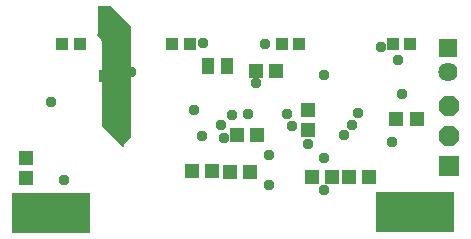
<source format=gbr>
G04 EAGLE Gerber RS-274X export*
G75*
%MOMM*%
%FSLAX34Y34*%
%LPD*%
%INSoldermask Bottom*%
%IPPOS*%
%AMOC8*
5,1,8,0,0,1.08239X$1,22.5*%
G01*
%ADD10R,1.303200X1.203200*%
%ADD11R,1.003200X1.003200*%
%ADD12R,1.203200X1.303200*%
%ADD13R,1.727200X1.727200*%
%ADD14P,1.869504X8X112.500000*%
%ADD15R,6.654800X3.454400*%
%ADD16R,0.903200X1.103200*%
%ADD17R,1.625600X1.625600*%
%ADD18C,1.625600*%
%ADD19R,1.003200X1.403200*%
%ADD20C,0.959600*%

G36*
X104090Y83251D02*
X104090Y83251D01*
X104142Y83252D01*
X104210Y83277D01*
X104280Y83292D01*
X104324Y83319D01*
X104373Y83337D01*
X104429Y83382D01*
X104491Y83418D01*
X104525Y83458D01*
X104565Y83490D01*
X104604Y83551D01*
X104651Y83605D01*
X104670Y83653D01*
X104698Y83697D01*
X104716Y83767D01*
X104743Y83833D01*
X104751Y83905D01*
X104759Y83936D01*
X104757Y83959D01*
X104761Y84000D01*
X104761Y85685D01*
X110538Y91462D01*
X110591Y91536D01*
X110651Y91605D01*
X110663Y91635D01*
X110682Y91661D01*
X110709Y91748D01*
X110743Y91833D01*
X110747Y91874D01*
X110754Y91897D01*
X110753Y91929D01*
X110761Y92000D01*
X110761Y185000D01*
X110747Y185090D01*
X110739Y185181D01*
X110727Y185211D01*
X110722Y185243D01*
X110679Y185323D01*
X110643Y185407D01*
X110617Y185439D01*
X110606Y185460D01*
X110583Y185482D01*
X110538Y185538D01*
X93538Y202538D01*
X93464Y202591D01*
X93395Y202651D01*
X93365Y202663D01*
X93339Y202682D01*
X93252Y202709D01*
X93167Y202743D01*
X93126Y202747D01*
X93103Y202754D01*
X93071Y202753D01*
X93000Y202761D01*
X84000Y202761D01*
X83980Y202758D01*
X83961Y202760D01*
X83859Y202738D01*
X83757Y202722D01*
X83740Y202712D01*
X83720Y202708D01*
X83631Y202655D01*
X83540Y202606D01*
X83526Y202592D01*
X83509Y202582D01*
X83442Y202503D01*
X83371Y202428D01*
X83362Y202410D01*
X83349Y202395D01*
X83310Y202299D01*
X83267Y202205D01*
X83265Y202185D01*
X83257Y202167D01*
X83239Y202000D01*
X83239Y179315D01*
X82462Y178538D01*
X82450Y178522D01*
X82435Y178510D01*
X82378Y178422D01*
X82318Y178339D01*
X82312Y178320D01*
X82302Y178303D01*
X82276Y178202D01*
X82246Y178103D01*
X82246Y178084D01*
X82241Y178064D01*
X82250Y177961D01*
X82252Y177858D01*
X82259Y177839D01*
X82261Y177819D01*
X82301Y177724D01*
X82337Y177627D01*
X82349Y177611D01*
X82357Y177593D01*
X82462Y177462D01*
X85239Y174685D01*
X85239Y174000D01*
X85254Y173910D01*
X85261Y173819D01*
X85273Y173789D01*
X85279Y173757D01*
X85321Y173677D01*
X85357Y173593D01*
X85383Y173561D01*
X85394Y173540D01*
X85417Y173518D01*
X85462Y173462D01*
X86239Y172685D01*
X86239Y101000D01*
X86254Y100910D01*
X86261Y100819D01*
X86273Y100789D01*
X86279Y100757D01*
X86321Y100677D01*
X86357Y100593D01*
X86383Y100561D01*
X86394Y100540D01*
X86417Y100518D01*
X86462Y100462D01*
X103462Y83462D01*
X103520Y83420D01*
X103572Y83371D01*
X103619Y83349D01*
X103661Y83318D01*
X103730Y83297D01*
X103795Y83267D01*
X103847Y83261D01*
X103897Y83246D01*
X103968Y83248D01*
X104039Y83240D01*
X104090Y83251D01*
G37*
D10*
X22400Y56500D03*
X22400Y73500D03*
D11*
X332500Y170000D03*
X347500Y170000D03*
X238500Y170000D03*
X253500Y170000D03*
X145500Y170000D03*
X160500Y170000D03*
X52500Y170000D03*
X67500Y170000D03*
D12*
X352700Y106800D03*
X335700Y106800D03*
X280900Y57300D03*
X263900Y57300D03*
X217000Y147700D03*
X234000Y147700D03*
X194400Y62200D03*
X211400Y62200D03*
X162400Y62500D03*
X179400Y62500D03*
D13*
X379800Y67200D03*
D14*
X379800Y92600D03*
X379800Y118000D03*
D15*
X351800Y28100D03*
X42800Y27300D03*
D10*
X261000Y114500D03*
X261000Y97500D03*
D12*
X312500Y58000D03*
X295500Y58000D03*
X200500Y93000D03*
X217500Y93000D03*
D16*
X88500Y143000D03*
X101500Y143000D03*
D17*
X379000Y167000D03*
D18*
X379000Y147000D03*
D19*
X192000Y152000D03*
X176000Y152000D03*
D20*
X111000Y146912D03*
X54000Y55000D03*
X164000Y114000D03*
X43000Y121000D03*
X196500Y110500D03*
X228000Y76000D03*
X332000Y87000D03*
X217000Y137000D03*
X210000Y111000D03*
X247000Y101000D03*
X298000Y102000D03*
X228000Y51000D03*
X274000Y74000D03*
X261000Y86000D03*
X337000Y157000D03*
X323000Y168000D03*
X172000Y171000D03*
X224000Y170424D03*
X340000Y128000D03*
X190000Y91000D03*
X303000Y112000D03*
X274000Y144000D03*
X243000Y111000D03*
X171000Y92000D03*
X274000Y46506D03*
X291000Y93000D03*
X187000Y102000D03*
M02*

</source>
